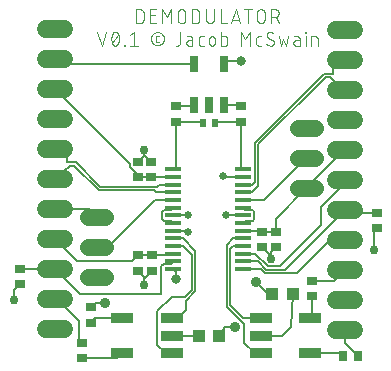
<source format=gbr>
G04 EAGLE Gerber RS-274X export*
G75*
%MOMM*%
%FSLAX34Y34*%
%LPD*%
%INTop Copper*%
%IPPOS*%
%AMOC8*
5,1,8,0,0,1.08239X$1,22.5*%
G01*
%ADD10C,0.101600*%
%ADD11R,1.475000X0.450000*%
%ADD12C,1.524000*%
%ADD13R,0.900000X0.700000*%
%ADD14C,1.422400*%
%ADD15R,0.600000X0.700000*%
%ADD16R,0.760000X1.400000*%
%ADD17R,1.920000X0.910000*%
%ADD18R,1.100000X1.000000*%
%ADD19R,0.700000X0.900000*%
%ADD20C,0.756400*%
%ADD21C,0.656400*%
%ADD22C,0.152400*%
%ADD23C,0.806400*%
%ADD24C,0.906400*%


D10*
X118387Y307058D02*
X118387Y318742D01*
X121632Y318742D01*
X121745Y318740D01*
X121858Y318734D01*
X121971Y318724D01*
X122084Y318710D01*
X122196Y318693D01*
X122307Y318671D01*
X122417Y318646D01*
X122527Y318616D01*
X122635Y318583D01*
X122742Y318546D01*
X122848Y318506D01*
X122952Y318461D01*
X123055Y318413D01*
X123156Y318362D01*
X123255Y318307D01*
X123352Y318249D01*
X123447Y318187D01*
X123540Y318122D01*
X123630Y318054D01*
X123718Y317983D01*
X123804Y317908D01*
X123887Y317831D01*
X123967Y317751D01*
X124044Y317668D01*
X124119Y317582D01*
X124190Y317494D01*
X124258Y317404D01*
X124323Y317311D01*
X124385Y317216D01*
X124443Y317119D01*
X124498Y317020D01*
X124549Y316919D01*
X124597Y316816D01*
X124642Y316712D01*
X124682Y316606D01*
X124719Y316499D01*
X124752Y316391D01*
X124782Y316281D01*
X124807Y316171D01*
X124829Y316060D01*
X124846Y315948D01*
X124860Y315835D01*
X124870Y315722D01*
X124876Y315609D01*
X124878Y315496D01*
X124878Y310304D01*
X124876Y310191D01*
X124870Y310078D01*
X124860Y309965D01*
X124846Y309852D01*
X124829Y309740D01*
X124807Y309629D01*
X124782Y309519D01*
X124752Y309409D01*
X124719Y309301D01*
X124682Y309194D01*
X124642Y309088D01*
X124597Y308984D01*
X124549Y308881D01*
X124498Y308780D01*
X124443Y308681D01*
X124385Y308584D01*
X124323Y308489D01*
X124258Y308396D01*
X124190Y308306D01*
X124119Y308218D01*
X124044Y308132D01*
X123967Y308049D01*
X123887Y307969D01*
X123804Y307892D01*
X123718Y307817D01*
X123630Y307746D01*
X123540Y307678D01*
X123447Y307613D01*
X123352Y307551D01*
X123255Y307493D01*
X123156Y307438D01*
X123055Y307387D01*
X122952Y307339D01*
X122848Y307294D01*
X122742Y307254D01*
X122635Y307217D01*
X122527Y307184D01*
X122417Y307154D01*
X122307Y307129D01*
X122196Y307107D01*
X122084Y307090D01*
X121971Y307076D01*
X121858Y307066D01*
X121745Y307060D01*
X121632Y307058D01*
X118387Y307058D01*
X130601Y307058D02*
X135794Y307058D01*
X130601Y307058D02*
X130601Y318742D01*
X135794Y318742D01*
X134496Y313549D02*
X130601Y313549D01*
X140598Y318742D02*
X140598Y307058D01*
X144492Y312251D02*
X140598Y318742D01*
X144492Y312251D02*
X148387Y318742D01*
X148387Y307058D01*
X153820Y310304D02*
X153820Y315496D01*
X153819Y315496D02*
X153821Y315609D01*
X153827Y315722D01*
X153837Y315835D01*
X153851Y315948D01*
X153868Y316060D01*
X153890Y316171D01*
X153915Y316281D01*
X153945Y316391D01*
X153978Y316499D01*
X154015Y316606D01*
X154055Y316712D01*
X154100Y316816D01*
X154148Y316919D01*
X154199Y317020D01*
X154254Y317119D01*
X154312Y317216D01*
X154374Y317311D01*
X154439Y317404D01*
X154507Y317494D01*
X154578Y317582D01*
X154653Y317668D01*
X154730Y317751D01*
X154810Y317831D01*
X154893Y317908D01*
X154979Y317983D01*
X155067Y318054D01*
X155157Y318122D01*
X155250Y318187D01*
X155345Y318249D01*
X155442Y318307D01*
X155541Y318362D01*
X155642Y318413D01*
X155745Y318461D01*
X155849Y318506D01*
X155955Y318546D01*
X156062Y318583D01*
X156170Y318616D01*
X156280Y318646D01*
X156390Y318671D01*
X156501Y318693D01*
X156613Y318710D01*
X156726Y318724D01*
X156839Y318734D01*
X156952Y318740D01*
X157065Y318742D01*
X157178Y318740D01*
X157291Y318734D01*
X157404Y318724D01*
X157517Y318710D01*
X157629Y318693D01*
X157740Y318671D01*
X157850Y318646D01*
X157960Y318616D01*
X158068Y318583D01*
X158175Y318546D01*
X158281Y318506D01*
X158385Y318461D01*
X158488Y318413D01*
X158589Y318362D01*
X158688Y318307D01*
X158785Y318249D01*
X158880Y318187D01*
X158973Y318122D01*
X159063Y318054D01*
X159151Y317983D01*
X159237Y317908D01*
X159320Y317831D01*
X159400Y317751D01*
X159477Y317668D01*
X159552Y317582D01*
X159623Y317494D01*
X159691Y317404D01*
X159756Y317311D01*
X159818Y317216D01*
X159876Y317119D01*
X159931Y317020D01*
X159982Y316919D01*
X160030Y316816D01*
X160075Y316712D01*
X160115Y316606D01*
X160152Y316499D01*
X160185Y316391D01*
X160215Y316281D01*
X160240Y316171D01*
X160262Y316060D01*
X160279Y315948D01*
X160293Y315835D01*
X160303Y315722D01*
X160309Y315609D01*
X160311Y315496D01*
X160311Y310304D01*
X160309Y310191D01*
X160303Y310078D01*
X160293Y309965D01*
X160279Y309852D01*
X160262Y309740D01*
X160240Y309629D01*
X160215Y309519D01*
X160185Y309409D01*
X160152Y309301D01*
X160115Y309194D01*
X160075Y309088D01*
X160030Y308984D01*
X159982Y308881D01*
X159931Y308780D01*
X159876Y308681D01*
X159818Y308584D01*
X159756Y308489D01*
X159691Y308396D01*
X159623Y308306D01*
X159552Y308218D01*
X159477Y308132D01*
X159400Y308049D01*
X159320Y307969D01*
X159237Y307892D01*
X159151Y307817D01*
X159063Y307746D01*
X158973Y307678D01*
X158880Y307613D01*
X158785Y307551D01*
X158688Y307493D01*
X158589Y307438D01*
X158488Y307387D01*
X158385Y307339D01*
X158281Y307294D01*
X158175Y307254D01*
X158068Y307217D01*
X157960Y307184D01*
X157850Y307154D01*
X157740Y307129D01*
X157629Y307107D01*
X157517Y307090D01*
X157404Y307076D01*
X157291Y307066D01*
X157178Y307060D01*
X157065Y307058D01*
X156952Y307060D01*
X156839Y307066D01*
X156726Y307076D01*
X156613Y307090D01*
X156501Y307107D01*
X156390Y307129D01*
X156280Y307154D01*
X156170Y307184D01*
X156062Y307217D01*
X155955Y307254D01*
X155849Y307294D01*
X155745Y307339D01*
X155642Y307387D01*
X155541Y307438D01*
X155442Y307493D01*
X155345Y307551D01*
X155250Y307613D01*
X155157Y307678D01*
X155067Y307746D01*
X154979Y307817D01*
X154893Y307892D01*
X154810Y307969D01*
X154730Y308049D01*
X154653Y308132D01*
X154578Y308218D01*
X154507Y308306D01*
X154439Y308396D01*
X154374Y308489D01*
X154312Y308584D01*
X154254Y308681D01*
X154199Y308780D01*
X154148Y308881D01*
X154100Y308984D01*
X154055Y309088D01*
X154015Y309194D01*
X153978Y309301D01*
X153945Y309409D01*
X153915Y309519D01*
X153890Y309629D01*
X153868Y309740D01*
X153851Y309852D01*
X153837Y309965D01*
X153827Y310078D01*
X153821Y310191D01*
X153819Y310304D01*
X165631Y307058D02*
X165631Y318742D01*
X168876Y318742D01*
X168989Y318740D01*
X169102Y318734D01*
X169215Y318724D01*
X169328Y318710D01*
X169440Y318693D01*
X169551Y318671D01*
X169661Y318646D01*
X169771Y318616D01*
X169879Y318583D01*
X169986Y318546D01*
X170092Y318506D01*
X170196Y318461D01*
X170299Y318413D01*
X170400Y318362D01*
X170499Y318307D01*
X170596Y318249D01*
X170691Y318187D01*
X170784Y318122D01*
X170874Y318054D01*
X170962Y317983D01*
X171048Y317908D01*
X171131Y317831D01*
X171211Y317751D01*
X171288Y317668D01*
X171363Y317582D01*
X171434Y317494D01*
X171502Y317404D01*
X171567Y317311D01*
X171629Y317216D01*
X171687Y317119D01*
X171742Y317020D01*
X171793Y316919D01*
X171841Y316816D01*
X171886Y316712D01*
X171926Y316606D01*
X171963Y316499D01*
X171996Y316391D01*
X172026Y316281D01*
X172051Y316171D01*
X172073Y316060D01*
X172090Y315948D01*
X172104Y315835D01*
X172114Y315722D01*
X172120Y315609D01*
X172122Y315496D01*
X172122Y310304D01*
X172120Y310191D01*
X172114Y310078D01*
X172104Y309965D01*
X172090Y309852D01*
X172073Y309740D01*
X172051Y309629D01*
X172026Y309519D01*
X171996Y309409D01*
X171963Y309301D01*
X171926Y309194D01*
X171886Y309088D01*
X171841Y308984D01*
X171793Y308881D01*
X171742Y308780D01*
X171687Y308681D01*
X171629Y308584D01*
X171567Y308489D01*
X171502Y308396D01*
X171434Y308306D01*
X171363Y308218D01*
X171288Y308132D01*
X171211Y308049D01*
X171131Y307969D01*
X171048Y307892D01*
X170962Y307817D01*
X170874Y307746D01*
X170784Y307678D01*
X170691Y307613D01*
X170596Y307551D01*
X170499Y307493D01*
X170400Y307438D01*
X170299Y307387D01*
X170196Y307339D01*
X170092Y307294D01*
X169986Y307254D01*
X169879Y307217D01*
X169771Y307184D01*
X169661Y307154D01*
X169551Y307129D01*
X169440Y307107D01*
X169328Y307090D01*
X169215Y307076D01*
X169102Y307066D01*
X168989Y307060D01*
X168876Y307058D01*
X165631Y307058D01*
X177823Y310304D02*
X177823Y318742D01*
X177822Y310304D02*
X177824Y310191D01*
X177830Y310078D01*
X177840Y309965D01*
X177854Y309852D01*
X177871Y309740D01*
X177893Y309629D01*
X177918Y309519D01*
X177948Y309409D01*
X177981Y309301D01*
X178018Y309194D01*
X178058Y309088D01*
X178103Y308984D01*
X178151Y308881D01*
X178202Y308780D01*
X178257Y308681D01*
X178315Y308584D01*
X178377Y308489D01*
X178442Y308396D01*
X178510Y308306D01*
X178581Y308218D01*
X178656Y308132D01*
X178733Y308049D01*
X178813Y307969D01*
X178896Y307892D01*
X178982Y307817D01*
X179070Y307746D01*
X179160Y307678D01*
X179253Y307613D01*
X179348Y307551D01*
X179445Y307493D01*
X179544Y307438D01*
X179645Y307387D01*
X179748Y307339D01*
X179852Y307294D01*
X179958Y307254D01*
X180065Y307217D01*
X180173Y307184D01*
X180283Y307154D01*
X180393Y307129D01*
X180504Y307107D01*
X180616Y307090D01*
X180729Y307076D01*
X180842Y307066D01*
X180955Y307060D01*
X181068Y307058D01*
X181181Y307060D01*
X181294Y307066D01*
X181407Y307076D01*
X181520Y307090D01*
X181632Y307107D01*
X181743Y307129D01*
X181853Y307154D01*
X181963Y307184D01*
X182071Y307217D01*
X182178Y307254D01*
X182284Y307294D01*
X182388Y307339D01*
X182491Y307387D01*
X182592Y307438D01*
X182691Y307493D01*
X182788Y307551D01*
X182883Y307613D01*
X182976Y307678D01*
X183066Y307746D01*
X183154Y307817D01*
X183240Y307892D01*
X183323Y307969D01*
X183403Y308049D01*
X183480Y308132D01*
X183555Y308218D01*
X183626Y308306D01*
X183694Y308396D01*
X183759Y308489D01*
X183821Y308584D01*
X183879Y308681D01*
X183934Y308780D01*
X183985Y308881D01*
X184033Y308984D01*
X184078Y309088D01*
X184118Y309194D01*
X184155Y309301D01*
X184188Y309409D01*
X184218Y309519D01*
X184243Y309629D01*
X184265Y309740D01*
X184282Y309852D01*
X184296Y309965D01*
X184306Y310078D01*
X184312Y310191D01*
X184314Y310304D01*
X184314Y318742D01*
X190037Y318742D02*
X190037Y307058D01*
X195230Y307058D01*
X198891Y307058D02*
X202785Y318742D01*
X206680Y307058D01*
X205706Y309979D02*
X199864Y309979D01*
X213453Y307058D02*
X213453Y318742D01*
X210208Y318742D02*
X216699Y318742D01*
X220876Y315496D02*
X220876Y310304D01*
X220875Y315496D02*
X220877Y315609D01*
X220883Y315722D01*
X220893Y315835D01*
X220907Y315948D01*
X220924Y316060D01*
X220946Y316171D01*
X220971Y316281D01*
X221001Y316391D01*
X221034Y316499D01*
X221071Y316606D01*
X221111Y316712D01*
X221156Y316816D01*
X221204Y316919D01*
X221255Y317020D01*
X221310Y317119D01*
X221368Y317216D01*
X221430Y317311D01*
X221495Y317404D01*
X221563Y317494D01*
X221634Y317582D01*
X221709Y317668D01*
X221786Y317751D01*
X221866Y317831D01*
X221949Y317908D01*
X222035Y317983D01*
X222123Y318054D01*
X222213Y318122D01*
X222306Y318187D01*
X222401Y318249D01*
X222498Y318307D01*
X222597Y318362D01*
X222698Y318413D01*
X222801Y318461D01*
X222905Y318506D01*
X223011Y318546D01*
X223118Y318583D01*
X223226Y318616D01*
X223336Y318646D01*
X223446Y318671D01*
X223557Y318693D01*
X223669Y318710D01*
X223782Y318724D01*
X223895Y318734D01*
X224008Y318740D01*
X224121Y318742D01*
X224234Y318740D01*
X224347Y318734D01*
X224460Y318724D01*
X224573Y318710D01*
X224685Y318693D01*
X224796Y318671D01*
X224906Y318646D01*
X225016Y318616D01*
X225124Y318583D01*
X225231Y318546D01*
X225337Y318506D01*
X225441Y318461D01*
X225544Y318413D01*
X225645Y318362D01*
X225744Y318307D01*
X225841Y318249D01*
X225936Y318187D01*
X226029Y318122D01*
X226119Y318054D01*
X226207Y317983D01*
X226293Y317908D01*
X226376Y317831D01*
X226456Y317751D01*
X226533Y317668D01*
X226608Y317582D01*
X226679Y317494D01*
X226747Y317404D01*
X226812Y317311D01*
X226874Y317216D01*
X226932Y317119D01*
X226987Y317020D01*
X227038Y316919D01*
X227086Y316816D01*
X227131Y316712D01*
X227171Y316606D01*
X227208Y316499D01*
X227241Y316391D01*
X227271Y316281D01*
X227296Y316171D01*
X227318Y316060D01*
X227335Y315948D01*
X227349Y315835D01*
X227359Y315722D01*
X227365Y315609D01*
X227367Y315496D01*
X227367Y310304D01*
X227365Y310191D01*
X227359Y310078D01*
X227349Y309965D01*
X227335Y309852D01*
X227318Y309740D01*
X227296Y309629D01*
X227271Y309519D01*
X227241Y309409D01*
X227208Y309301D01*
X227171Y309194D01*
X227131Y309088D01*
X227086Y308984D01*
X227038Y308881D01*
X226987Y308780D01*
X226932Y308681D01*
X226874Y308584D01*
X226812Y308489D01*
X226747Y308396D01*
X226679Y308306D01*
X226608Y308218D01*
X226533Y308132D01*
X226456Y308049D01*
X226376Y307969D01*
X226293Y307892D01*
X226207Y307817D01*
X226119Y307746D01*
X226029Y307678D01*
X225936Y307613D01*
X225841Y307551D01*
X225744Y307493D01*
X225645Y307438D01*
X225544Y307387D01*
X225441Y307339D01*
X225337Y307294D01*
X225231Y307254D01*
X225124Y307217D01*
X225016Y307184D01*
X224906Y307154D01*
X224796Y307129D01*
X224685Y307107D01*
X224573Y307090D01*
X224460Y307076D01*
X224347Y307066D01*
X224234Y307060D01*
X224121Y307058D01*
X224008Y307060D01*
X223895Y307066D01*
X223782Y307076D01*
X223669Y307090D01*
X223557Y307107D01*
X223446Y307129D01*
X223336Y307154D01*
X223226Y307184D01*
X223118Y307217D01*
X223011Y307254D01*
X222905Y307294D01*
X222801Y307339D01*
X222698Y307387D01*
X222597Y307438D01*
X222498Y307493D01*
X222401Y307551D01*
X222306Y307613D01*
X222213Y307678D01*
X222123Y307746D01*
X222035Y307817D01*
X221949Y307892D01*
X221866Y307969D01*
X221786Y308049D01*
X221709Y308132D01*
X221634Y308218D01*
X221563Y308306D01*
X221495Y308396D01*
X221430Y308489D01*
X221368Y308584D01*
X221310Y308681D01*
X221255Y308780D01*
X221204Y308881D01*
X221156Y308984D01*
X221111Y309088D01*
X221071Y309194D01*
X221034Y309301D01*
X221001Y309409D01*
X220971Y309519D01*
X220946Y309629D01*
X220924Y309740D01*
X220907Y309852D01*
X220893Y309965D01*
X220883Y310078D01*
X220877Y310191D01*
X220875Y310304D01*
X232760Y307058D02*
X232760Y318742D01*
X236006Y318742D01*
X236119Y318740D01*
X236232Y318734D01*
X236345Y318724D01*
X236458Y318710D01*
X236570Y318693D01*
X236681Y318671D01*
X236791Y318646D01*
X236901Y318616D01*
X237009Y318583D01*
X237116Y318546D01*
X237222Y318506D01*
X237326Y318461D01*
X237429Y318413D01*
X237530Y318362D01*
X237629Y318307D01*
X237726Y318249D01*
X237821Y318187D01*
X237914Y318122D01*
X238004Y318054D01*
X238092Y317983D01*
X238178Y317908D01*
X238261Y317831D01*
X238341Y317751D01*
X238418Y317668D01*
X238493Y317582D01*
X238564Y317494D01*
X238632Y317404D01*
X238697Y317311D01*
X238759Y317216D01*
X238817Y317119D01*
X238872Y317020D01*
X238923Y316919D01*
X238971Y316816D01*
X239016Y316712D01*
X239056Y316606D01*
X239093Y316499D01*
X239126Y316391D01*
X239156Y316281D01*
X239181Y316171D01*
X239203Y316060D01*
X239220Y315948D01*
X239234Y315835D01*
X239244Y315722D01*
X239250Y315609D01*
X239252Y315496D01*
X239250Y315383D01*
X239244Y315270D01*
X239234Y315157D01*
X239220Y315044D01*
X239203Y314932D01*
X239181Y314821D01*
X239156Y314711D01*
X239126Y314601D01*
X239093Y314493D01*
X239056Y314386D01*
X239016Y314280D01*
X238971Y314176D01*
X238923Y314073D01*
X238872Y313972D01*
X238817Y313873D01*
X238759Y313776D01*
X238697Y313681D01*
X238632Y313588D01*
X238564Y313498D01*
X238493Y313410D01*
X238418Y313324D01*
X238341Y313241D01*
X238261Y313161D01*
X238178Y313084D01*
X238092Y313009D01*
X238004Y312938D01*
X237914Y312870D01*
X237821Y312805D01*
X237726Y312743D01*
X237629Y312685D01*
X237530Y312630D01*
X237429Y312579D01*
X237326Y312531D01*
X237222Y312486D01*
X237116Y312446D01*
X237009Y312409D01*
X236901Y312376D01*
X236791Y312346D01*
X236681Y312321D01*
X236570Y312299D01*
X236458Y312282D01*
X236345Y312268D01*
X236232Y312258D01*
X236119Y312252D01*
X236006Y312250D01*
X236006Y312251D02*
X232760Y312251D01*
X236655Y312251D02*
X239251Y307058D01*
X89403Y288008D02*
X85508Y299692D01*
X93297Y299692D02*
X89403Y288008D01*
X97588Y293850D02*
X97591Y294080D01*
X97599Y294310D01*
X97613Y294539D01*
X97632Y294768D01*
X97657Y294997D01*
X97687Y295224D01*
X97722Y295452D01*
X97763Y295678D01*
X97809Y295903D01*
X97861Y296127D01*
X97918Y296349D01*
X97980Y296571D01*
X98048Y296790D01*
X98121Y297008D01*
X98199Y297225D01*
X98282Y297439D01*
X98370Y297651D01*
X98463Y297861D01*
X98562Y298069D01*
X98561Y298069D02*
X98594Y298159D01*
X98630Y298248D01*
X98670Y298336D01*
X98714Y298421D01*
X98761Y298505D01*
X98811Y298587D01*
X98865Y298667D01*
X98921Y298744D01*
X98981Y298820D01*
X99044Y298893D01*
X99109Y298963D01*
X99178Y299031D01*
X99249Y299095D01*
X99322Y299157D01*
X99398Y299216D01*
X99476Y299272D01*
X99557Y299325D01*
X99639Y299374D01*
X99723Y299420D01*
X99810Y299463D01*
X99897Y299502D01*
X99987Y299538D01*
X100077Y299570D01*
X100169Y299598D01*
X100262Y299623D01*
X100356Y299644D01*
X100450Y299661D01*
X100545Y299675D01*
X100641Y299684D01*
X100737Y299690D01*
X100833Y299692D01*
X100929Y299690D01*
X101025Y299684D01*
X101121Y299675D01*
X101216Y299661D01*
X101310Y299644D01*
X101404Y299623D01*
X101497Y299598D01*
X101589Y299570D01*
X101679Y299538D01*
X101769Y299502D01*
X101856Y299463D01*
X101943Y299420D01*
X102027Y299374D01*
X102109Y299325D01*
X102190Y299272D01*
X102268Y299216D01*
X102344Y299157D01*
X102417Y299095D01*
X102488Y299031D01*
X102557Y298963D01*
X102622Y298893D01*
X102685Y298820D01*
X102745Y298744D01*
X102801Y298667D01*
X102855Y298587D01*
X102905Y298505D01*
X102952Y298421D01*
X102996Y298336D01*
X103036Y298248D01*
X103072Y298159D01*
X103105Y298069D01*
X103204Y297862D01*
X103297Y297652D01*
X103385Y297439D01*
X103468Y297225D01*
X103546Y297009D01*
X103619Y296791D01*
X103687Y296571D01*
X103749Y296350D01*
X103806Y296127D01*
X103858Y295903D01*
X103904Y295678D01*
X103945Y295452D01*
X103980Y295225D01*
X104010Y294997D01*
X104035Y294768D01*
X104054Y294539D01*
X104068Y294310D01*
X104076Y294080D01*
X104079Y293850D01*
X97587Y293850D02*
X97590Y293620D01*
X97598Y293390D01*
X97612Y293161D01*
X97631Y292932D01*
X97656Y292703D01*
X97686Y292475D01*
X97721Y292248D01*
X97762Y292022D01*
X97808Y291797D01*
X97860Y291573D01*
X97917Y291350D01*
X97979Y291129D01*
X98047Y290909D01*
X98120Y290691D01*
X98198Y290475D01*
X98281Y290261D01*
X98369Y290049D01*
X98462Y289838D01*
X98561Y289631D01*
X98594Y289541D01*
X98630Y289452D01*
X98671Y289364D01*
X98714Y289279D01*
X98761Y289195D01*
X98811Y289113D01*
X98865Y289033D01*
X98921Y288956D01*
X98981Y288880D01*
X99044Y288807D01*
X99109Y288737D01*
X99178Y288669D01*
X99249Y288605D01*
X99322Y288543D01*
X99398Y288484D01*
X99476Y288428D01*
X99557Y288375D01*
X99639Y288326D01*
X99723Y288280D01*
X99810Y288237D01*
X99897Y288198D01*
X99987Y288162D01*
X100077Y288130D01*
X100169Y288102D01*
X100262Y288077D01*
X100356Y288056D01*
X100450Y288039D01*
X100545Y288025D01*
X100641Y288016D01*
X100737Y288010D01*
X100833Y288008D01*
X103104Y289631D02*
X103203Y289838D01*
X103296Y290049D01*
X103384Y290261D01*
X103467Y290475D01*
X103545Y290691D01*
X103618Y290909D01*
X103686Y291129D01*
X103748Y291350D01*
X103805Y291573D01*
X103857Y291797D01*
X103903Y292022D01*
X103944Y292248D01*
X103979Y292475D01*
X104009Y292703D01*
X104034Y292932D01*
X104053Y293161D01*
X104067Y293390D01*
X104075Y293620D01*
X104078Y293850D01*
X103105Y289631D02*
X103072Y289541D01*
X103036Y289452D01*
X102996Y289364D01*
X102952Y289279D01*
X102905Y289195D01*
X102855Y289113D01*
X102801Y289033D01*
X102745Y288956D01*
X102685Y288880D01*
X102622Y288807D01*
X102557Y288737D01*
X102488Y288669D01*
X102417Y288605D01*
X102344Y288543D01*
X102268Y288484D01*
X102190Y288428D01*
X102109Y288375D01*
X102027Y288326D01*
X101943Y288280D01*
X101856Y288237D01*
X101769Y288198D01*
X101679Y288162D01*
X101589Y288130D01*
X101497Y288102D01*
X101404Y288077D01*
X101310Y288056D01*
X101216Y288039D01*
X101121Y288025D01*
X101025Y288016D01*
X100929Y288010D01*
X100833Y288008D01*
X98236Y290604D02*
X103429Y297096D01*
X108509Y288657D02*
X108509Y288008D01*
X108509Y288657D02*
X109158Y288657D01*
X109158Y288008D01*
X108509Y288008D01*
X113589Y297096D02*
X116835Y299692D01*
X116835Y288008D01*
X120080Y288008D02*
X113589Y288008D01*
X131130Y293850D02*
X131132Y293997D01*
X131138Y294144D01*
X131148Y294290D01*
X131161Y294436D01*
X131179Y294582D01*
X131200Y294728D01*
X131226Y294872D01*
X131255Y295016D01*
X131288Y295159D01*
X131324Y295302D01*
X131365Y295443D01*
X131409Y295583D01*
X131457Y295722D01*
X131509Y295859D01*
X131564Y295995D01*
X131623Y296130D01*
X131685Y296263D01*
X131751Y296394D01*
X131821Y296523D01*
X131894Y296651D01*
X131970Y296776D01*
X132050Y296900D01*
X132132Y297021D01*
X132218Y297140D01*
X132308Y297257D01*
X132400Y297371D01*
X132495Y297483D01*
X132593Y297592D01*
X132694Y297699D01*
X132798Y297803D01*
X132905Y297904D01*
X133014Y298002D01*
X133126Y298097D01*
X133240Y298189D01*
X133357Y298279D01*
X133476Y298365D01*
X133597Y298447D01*
X133721Y298527D01*
X133846Y298603D01*
X133974Y298676D01*
X134103Y298746D01*
X134234Y298812D01*
X134367Y298874D01*
X134502Y298933D01*
X134638Y298988D01*
X134775Y299040D01*
X134914Y299088D01*
X135054Y299132D01*
X135195Y299173D01*
X135338Y299209D01*
X135481Y299242D01*
X135625Y299271D01*
X135769Y299297D01*
X135915Y299318D01*
X136061Y299336D01*
X136207Y299349D01*
X136353Y299359D01*
X136500Y299365D01*
X136647Y299367D01*
X136794Y299365D01*
X136941Y299359D01*
X137087Y299349D01*
X137233Y299336D01*
X137379Y299318D01*
X137525Y299297D01*
X137669Y299271D01*
X137813Y299242D01*
X137956Y299209D01*
X138099Y299173D01*
X138240Y299132D01*
X138380Y299088D01*
X138519Y299040D01*
X138656Y298988D01*
X138792Y298933D01*
X138927Y298874D01*
X139060Y298812D01*
X139191Y298746D01*
X139320Y298676D01*
X139448Y298603D01*
X139573Y298527D01*
X139697Y298447D01*
X139818Y298365D01*
X139937Y298279D01*
X140054Y298189D01*
X140168Y298097D01*
X140280Y298002D01*
X140389Y297904D01*
X140496Y297803D01*
X140600Y297699D01*
X140701Y297592D01*
X140799Y297483D01*
X140894Y297371D01*
X140986Y297257D01*
X141076Y297140D01*
X141162Y297021D01*
X141244Y296900D01*
X141324Y296776D01*
X141400Y296651D01*
X141473Y296523D01*
X141543Y296394D01*
X141609Y296263D01*
X141671Y296130D01*
X141730Y295995D01*
X141785Y295859D01*
X141837Y295722D01*
X141885Y295583D01*
X141929Y295443D01*
X141970Y295302D01*
X142006Y295159D01*
X142039Y295016D01*
X142068Y294872D01*
X142094Y294728D01*
X142115Y294582D01*
X142133Y294436D01*
X142146Y294290D01*
X142156Y294144D01*
X142162Y293997D01*
X142164Y293850D01*
X142162Y293703D01*
X142156Y293556D01*
X142146Y293410D01*
X142133Y293264D01*
X142115Y293118D01*
X142094Y292972D01*
X142068Y292828D01*
X142039Y292684D01*
X142006Y292541D01*
X141970Y292398D01*
X141929Y292257D01*
X141885Y292117D01*
X141837Y291978D01*
X141785Y291841D01*
X141730Y291705D01*
X141671Y291570D01*
X141609Y291437D01*
X141543Y291306D01*
X141473Y291177D01*
X141400Y291049D01*
X141324Y290924D01*
X141244Y290800D01*
X141162Y290679D01*
X141076Y290560D01*
X140986Y290443D01*
X140894Y290329D01*
X140799Y290217D01*
X140701Y290108D01*
X140600Y290001D01*
X140496Y289897D01*
X140389Y289796D01*
X140280Y289698D01*
X140168Y289603D01*
X140054Y289511D01*
X139937Y289421D01*
X139818Y289335D01*
X139697Y289253D01*
X139573Y289173D01*
X139448Y289097D01*
X139320Y289024D01*
X139191Y288954D01*
X139060Y288888D01*
X138927Y288826D01*
X138792Y288767D01*
X138656Y288712D01*
X138519Y288660D01*
X138380Y288612D01*
X138240Y288568D01*
X138099Y288527D01*
X137956Y288491D01*
X137813Y288458D01*
X137669Y288429D01*
X137525Y288403D01*
X137379Y288382D01*
X137233Y288364D01*
X137087Y288351D01*
X136941Y288341D01*
X136794Y288335D01*
X136647Y288333D01*
X136500Y288335D01*
X136353Y288341D01*
X136207Y288351D01*
X136061Y288364D01*
X135915Y288382D01*
X135769Y288403D01*
X135625Y288429D01*
X135481Y288458D01*
X135338Y288491D01*
X135195Y288527D01*
X135054Y288568D01*
X134914Y288612D01*
X134775Y288660D01*
X134638Y288712D01*
X134502Y288767D01*
X134367Y288826D01*
X134234Y288888D01*
X134103Y288954D01*
X133974Y289024D01*
X133846Y289097D01*
X133721Y289173D01*
X133597Y289253D01*
X133476Y289335D01*
X133357Y289421D01*
X133240Y289511D01*
X133126Y289603D01*
X133014Y289698D01*
X132905Y289796D01*
X132798Y289897D01*
X132694Y290001D01*
X132593Y290108D01*
X132495Y290217D01*
X132400Y290329D01*
X132308Y290443D01*
X132218Y290560D01*
X132132Y290679D01*
X132050Y290800D01*
X131970Y290924D01*
X131894Y291049D01*
X131821Y291177D01*
X131751Y291306D01*
X131685Y291437D01*
X131623Y291570D01*
X131564Y291705D01*
X131509Y291841D01*
X131457Y291978D01*
X131409Y292117D01*
X131365Y292257D01*
X131324Y292398D01*
X131288Y292541D01*
X131255Y292684D01*
X131226Y292828D01*
X131200Y292972D01*
X131179Y293118D01*
X131161Y293264D01*
X131148Y293410D01*
X131138Y293556D01*
X131132Y293703D01*
X131130Y293850D01*
X136322Y291254D02*
X137945Y291254D01*
X136322Y291254D02*
X136252Y291256D01*
X136182Y291262D01*
X136112Y291271D01*
X136043Y291284D01*
X135975Y291301D01*
X135908Y291322D01*
X135842Y291346D01*
X135777Y291374D01*
X135714Y291405D01*
X135653Y291440D01*
X135594Y291478D01*
X135536Y291519D01*
X135482Y291563D01*
X135429Y291610D01*
X135380Y291659D01*
X135333Y291712D01*
X135289Y291766D01*
X135248Y291824D01*
X135210Y291883D01*
X135175Y291944D01*
X135144Y292007D01*
X135116Y292072D01*
X135092Y292138D01*
X135071Y292205D01*
X135054Y292273D01*
X135041Y292342D01*
X135032Y292412D01*
X135026Y292482D01*
X135024Y292552D01*
X135024Y295148D01*
X135026Y295218D01*
X135032Y295288D01*
X135041Y295358D01*
X135054Y295427D01*
X135071Y295495D01*
X135092Y295562D01*
X135116Y295628D01*
X135144Y295693D01*
X135175Y295756D01*
X135210Y295817D01*
X135248Y295876D01*
X135289Y295934D01*
X135333Y295988D01*
X135380Y296041D01*
X135429Y296090D01*
X135482Y296137D01*
X135536Y296181D01*
X135594Y296222D01*
X135653Y296260D01*
X135714Y296295D01*
X135777Y296326D01*
X135842Y296354D01*
X135908Y296378D01*
X135975Y296399D01*
X136043Y296416D01*
X136112Y296429D01*
X136182Y296438D01*
X136252Y296444D01*
X136322Y296446D01*
X137945Y296446D01*
X155941Y299692D02*
X155941Y290604D01*
X155940Y290604D02*
X155938Y290505D01*
X155932Y290405D01*
X155923Y290306D01*
X155910Y290208D01*
X155893Y290110D01*
X155872Y290012D01*
X155847Y289916D01*
X155819Y289821D01*
X155787Y289727D01*
X155752Y289634D01*
X155713Y289542D01*
X155670Y289452D01*
X155625Y289364D01*
X155575Y289277D01*
X155523Y289193D01*
X155467Y289110D01*
X155409Y289030D01*
X155347Y288952D01*
X155282Y288877D01*
X155214Y288804D01*
X155144Y288734D01*
X155071Y288666D01*
X154996Y288601D01*
X154918Y288539D01*
X154838Y288481D01*
X154755Y288425D01*
X154671Y288373D01*
X154584Y288323D01*
X154496Y288278D01*
X154406Y288235D01*
X154314Y288196D01*
X154221Y288161D01*
X154127Y288129D01*
X154032Y288101D01*
X153936Y288076D01*
X153838Y288055D01*
X153740Y288038D01*
X153642Y288025D01*
X153543Y288016D01*
X153443Y288010D01*
X153344Y288008D01*
X152046Y288008D01*
X163314Y292552D02*
X166235Y292552D01*
X163314Y292552D02*
X163220Y292550D01*
X163126Y292544D01*
X163033Y292535D01*
X162940Y292521D01*
X162848Y292504D01*
X162756Y292482D01*
X162666Y292458D01*
X162576Y292429D01*
X162488Y292397D01*
X162401Y292361D01*
X162316Y292321D01*
X162233Y292278D01*
X162151Y292232D01*
X162071Y292182D01*
X161994Y292129D01*
X161919Y292073D01*
X161846Y292014D01*
X161775Y291952D01*
X161707Y291887D01*
X161642Y291819D01*
X161580Y291748D01*
X161521Y291675D01*
X161465Y291600D01*
X161412Y291523D01*
X161362Y291443D01*
X161316Y291361D01*
X161273Y291278D01*
X161233Y291193D01*
X161197Y291106D01*
X161165Y291018D01*
X161136Y290928D01*
X161112Y290838D01*
X161090Y290746D01*
X161073Y290654D01*
X161059Y290561D01*
X161050Y290468D01*
X161044Y290374D01*
X161042Y290280D01*
X161044Y290186D01*
X161050Y290092D01*
X161059Y289999D01*
X161073Y289906D01*
X161090Y289814D01*
X161112Y289722D01*
X161136Y289632D01*
X161165Y289542D01*
X161197Y289454D01*
X161233Y289367D01*
X161273Y289282D01*
X161316Y289199D01*
X161362Y289117D01*
X161412Y289037D01*
X161465Y288960D01*
X161521Y288885D01*
X161580Y288812D01*
X161642Y288741D01*
X161707Y288673D01*
X161775Y288608D01*
X161846Y288546D01*
X161919Y288487D01*
X161994Y288431D01*
X162071Y288378D01*
X162151Y288328D01*
X162233Y288282D01*
X162316Y288239D01*
X162401Y288199D01*
X162488Y288163D01*
X162576Y288131D01*
X162666Y288102D01*
X162756Y288078D01*
X162848Y288056D01*
X162940Y288039D01*
X163033Y288025D01*
X163126Y288016D01*
X163220Y288010D01*
X163314Y288008D01*
X166235Y288008D01*
X166235Y293850D01*
X166233Y293937D01*
X166227Y294025D01*
X166217Y294111D01*
X166204Y294198D01*
X166186Y294283D01*
X166165Y294368D01*
X166140Y294452D01*
X166111Y294534D01*
X166078Y294615D01*
X166042Y294695D01*
X166003Y294773D01*
X165959Y294849D01*
X165913Y294923D01*
X165863Y294994D01*
X165810Y295064D01*
X165754Y295131D01*
X165695Y295195D01*
X165633Y295257D01*
X165569Y295316D01*
X165502Y295372D01*
X165432Y295425D01*
X165361Y295475D01*
X165287Y295521D01*
X165211Y295565D01*
X165133Y295604D01*
X165053Y295640D01*
X164972Y295673D01*
X164890Y295702D01*
X164806Y295727D01*
X164721Y295748D01*
X164636Y295766D01*
X164549Y295779D01*
X164463Y295789D01*
X164375Y295795D01*
X164288Y295797D01*
X161691Y295797D01*
X173349Y288008D02*
X175945Y288008D01*
X173349Y288008D02*
X173262Y288010D01*
X173174Y288016D01*
X173088Y288026D01*
X173001Y288039D01*
X172916Y288057D01*
X172831Y288078D01*
X172747Y288103D01*
X172665Y288132D01*
X172584Y288165D01*
X172504Y288201D01*
X172426Y288240D01*
X172350Y288284D01*
X172276Y288330D01*
X172205Y288380D01*
X172135Y288433D01*
X172068Y288489D01*
X172004Y288548D01*
X171942Y288610D01*
X171883Y288674D01*
X171827Y288741D01*
X171774Y288811D01*
X171724Y288882D01*
X171678Y288956D01*
X171634Y289032D01*
X171595Y289110D01*
X171559Y289190D01*
X171526Y289271D01*
X171497Y289353D01*
X171472Y289437D01*
X171451Y289522D01*
X171433Y289607D01*
X171420Y289694D01*
X171410Y289780D01*
X171404Y289868D01*
X171402Y289955D01*
X171401Y289955D02*
X171401Y293850D01*
X171402Y293850D02*
X171404Y293937D01*
X171410Y294025D01*
X171420Y294111D01*
X171433Y294198D01*
X171451Y294283D01*
X171472Y294368D01*
X171497Y294452D01*
X171526Y294534D01*
X171559Y294615D01*
X171595Y294695D01*
X171634Y294773D01*
X171678Y294849D01*
X171724Y294923D01*
X171774Y294994D01*
X171827Y295064D01*
X171883Y295131D01*
X171942Y295195D01*
X172004Y295257D01*
X172068Y295316D01*
X172135Y295372D01*
X172205Y295425D01*
X172276Y295475D01*
X172350Y295521D01*
X172426Y295565D01*
X172504Y295604D01*
X172584Y295640D01*
X172665Y295673D01*
X172747Y295702D01*
X172831Y295727D01*
X172916Y295748D01*
X173001Y295766D01*
X173088Y295779D01*
X173174Y295789D01*
X173262Y295795D01*
X173349Y295797D01*
X175945Y295797D01*
X180151Y293201D02*
X180151Y290604D01*
X180152Y293201D02*
X180154Y293302D01*
X180160Y293402D01*
X180170Y293502D01*
X180183Y293602D01*
X180201Y293701D01*
X180222Y293800D01*
X180247Y293897D01*
X180276Y293994D01*
X180309Y294089D01*
X180345Y294183D01*
X180385Y294275D01*
X180428Y294366D01*
X180475Y294455D01*
X180525Y294542D01*
X180579Y294628D01*
X180636Y294711D01*
X180696Y294791D01*
X180759Y294870D01*
X180826Y294946D01*
X180895Y295019D01*
X180967Y295089D01*
X181041Y295157D01*
X181118Y295222D01*
X181198Y295283D01*
X181280Y295342D01*
X181364Y295397D01*
X181450Y295449D01*
X181538Y295498D01*
X181628Y295543D01*
X181720Y295585D01*
X181813Y295623D01*
X181908Y295657D01*
X182003Y295688D01*
X182100Y295715D01*
X182198Y295738D01*
X182297Y295758D01*
X182397Y295773D01*
X182497Y295785D01*
X182597Y295793D01*
X182698Y295797D01*
X182798Y295797D01*
X182899Y295793D01*
X182999Y295785D01*
X183099Y295773D01*
X183199Y295758D01*
X183298Y295738D01*
X183396Y295715D01*
X183493Y295688D01*
X183588Y295657D01*
X183683Y295623D01*
X183776Y295585D01*
X183868Y295543D01*
X183958Y295498D01*
X184046Y295449D01*
X184132Y295397D01*
X184216Y295342D01*
X184298Y295283D01*
X184378Y295222D01*
X184455Y295157D01*
X184529Y295089D01*
X184601Y295019D01*
X184670Y294946D01*
X184737Y294870D01*
X184800Y294791D01*
X184860Y294711D01*
X184917Y294628D01*
X184971Y294542D01*
X185021Y294455D01*
X185068Y294366D01*
X185111Y294275D01*
X185151Y294183D01*
X185187Y294089D01*
X185220Y293994D01*
X185249Y293897D01*
X185274Y293800D01*
X185295Y293701D01*
X185313Y293602D01*
X185326Y293502D01*
X185336Y293402D01*
X185342Y293302D01*
X185344Y293201D01*
X185344Y290604D01*
X185342Y290503D01*
X185336Y290403D01*
X185326Y290303D01*
X185313Y290203D01*
X185295Y290104D01*
X185274Y290005D01*
X185249Y289908D01*
X185220Y289811D01*
X185187Y289716D01*
X185151Y289622D01*
X185111Y289530D01*
X185068Y289439D01*
X185021Y289350D01*
X184971Y289263D01*
X184917Y289177D01*
X184860Y289094D01*
X184800Y289014D01*
X184737Y288935D01*
X184670Y288859D01*
X184601Y288786D01*
X184529Y288716D01*
X184455Y288648D01*
X184378Y288583D01*
X184298Y288522D01*
X184216Y288463D01*
X184132Y288408D01*
X184046Y288356D01*
X183958Y288307D01*
X183868Y288262D01*
X183776Y288220D01*
X183683Y288182D01*
X183588Y288148D01*
X183493Y288117D01*
X183396Y288090D01*
X183298Y288067D01*
X183199Y288047D01*
X183099Y288032D01*
X182999Y288020D01*
X182899Y288012D01*
X182798Y288008D01*
X182698Y288008D01*
X182597Y288012D01*
X182497Y288020D01*
X182397Y288032D01*
X182297Y288047D01*
X182198Y288067D01*
X182100Y288090D01*
X182003Y288117D01*
X181908Y288148D01*
X181813Y288182D01*
X181720Y288220D01*
X181628Y288262D01*
X181538Y288307D01*
X181450Y288356D01*
X181364Y288408D01*
X181280Y288463D01*
X181198Y288522D01*
X181118Y288583D01*
X181041Y288648D01*
X180967Y288716D01*
X180895Y288786D01*
X180826Y288859D01*
X180759Y288935D01*
X180696Y289014D01*
X180636Y289094D01*
X180579Y289177D01*
X180525Y289263D01*
X180475Y289350D01*
X180428Y289439D01*
X180385Y289530D01*
X180345Y289622D01*
X180309Y289716D01*
X180276Y289811D01*
X180247Y289908D01*
X180222Y290005D01*
X180201Y290104D01*
X180183Y290203D01*
X180170Y290303D01*
X180160Y290403D01*
X180154Y290503D01*
X180152Y290604D01*
X190497Y288008D02*
X190497Y299692D01*
X190497Y288008D02*
X193742Y288008D01*
X193829Y288010D01*
X193917Y288016D01*
X194003Y288026D01*
X194090Y288039D01*
X194175Y288057D01*
X194260Y288078D01*
X194344Y288103D01*
X194426Y288132D01*
X194507Y288165D01*
X194587Y288201D01*
X194665Y288240D01*
X194741Y288284D01*
X194815Y288330D01*
X194886Y288380D01*
X194956Y288433D01*
X195023Y288489D01*
X195087Y288548D01*
X195149Y288609D01*
X195208Y288674D01*
X195264Y288741D01*
X195317Y288811D01*
X195367Y288882D01*
X195413Y288956D01*
X195457Y289032D01*
X195496Y289110D01*
X195532Y289190D01*
X195565Y289271D01*
X195594Y289353D01*
X195619Y289437D01*
X195640Y289522D01*
X195658Y289607D01*
X195671Y289694D01*
X195681Y289780D01*
X195687Y289868D01*
X195689Y289955D01*
X195690Y289955D02*
X195690Y293850D01*
X195689Y293850D02*
X195687Y293937D01*
X195681Y294025D01*
X195671Y294111D01*
X195658Y294198D01*
X195640Y294283D01*
X195619Y294368D01*
X195594Y294452D01*
X195565Y294534D01*
X195532Y294615D01*
X195496Y294695D01*
X195457Y294773D01*
X195413Y294849D01*
X195367Y294923D01*
X195317Y294994D01*
X195264Y295064D01*
X195208Y295131D01*
X195149Y295195D01*
X195087Y295257D01*
X195023Y295316D01*
X194956Y295372D01*
X194886Y295425D01*
X194815Y295475D01*
X194741Y295521D01*
X194665Y295565D01*
X194587Y295604D01*
X194507Y295640D01*
X194426Y295673D01*
X194344Y295702D01*
X194260Y295727D01*
X194175Y295748D01*
X194090Y295766D01*
X194003Y295779D01*
X193917Y295789D01*
X193829Y295795D01*
X193742Y295797D01*
X190497Y295797D01*
X207047Y299692D02*
X207047Y288008D01*
X210941Y293201D02*
X207047Y299692D01*
X210941Y293201D02*
X214836Y299692D01*
X214836Y288008D01*
X222117Y288008D02*
X224713Y288008D01*
X222117Y288008D02*
X222030Y288010D01*
X221942Y288016D01*
X221856Y288026D01*
X221769Y288039D01*
X221684Y288057D01*
X221599Y288078D01*
X221515Y288103D01*
X221433Y288132D01*
X221352Y288165D01*
X221272Y288201D01*
X221194Y288240D01*
X221118Y288284D01*
X221044Y288330D01*
X220973Y288380D01*
X220903Y288433D01*
X220836Y288489D01*
X220772Y288548D01*
X220710Y288610D01*
X220651Y288674D01*
X220595Y288741D01*
X220542Y288811D01*
X220492Y288882D01*
X220446Y288956D01*
X220402Y289032D01*
X220363Y289110D01*
X220327Y289190D01*
X220294Y289271D01*
X220265Y289353D01*
X220240Y289437D01*
X220219Y289522D01*
X220201Y289607D01*
X220188Y289694D01*
X220178Y289780D01*
X220172Y289868D01*
X220170Y289955D01*
X220169Y289955D02*
X220169Y293850D01*
X220170Y293850D02*
X220172Y293937D01*
X220178Y294025D01*
X220188Y294111D01*
X220201Y294198D01*
X220219Y294283D01*
X220240Y294368D01*
X220265Y294452D01*
X220294Y294534D01*
X220327Y294615D01*
X220363Y294695D01*
X220402Y294773D01*
X220446Y294849D01*
X220492Y294923D01*
X220542Y294994D01*
X220595Y295064D01*
X220651Y295131D01*
X220710Y295195D01*
X220772Y295257D01*
X220836Y295316D01*
X220903Y295372D01*
X220973Y295425D01*
X221044Y295475D01*
X221118Y295521D01*
X221194Y295565D01*
X221272Y295604D01*
X221352Y295640D01*
X221433Y295673D01*
X221515Y295702D01*
X221599Y295727D01*
X221684Y295748D01*
X221769Y295766D01*
X221856Y295779D01*
X221942Y295789D01*
X222030Y295795D01*
X222117Y295797D01*
X224713Y295797D01*
X232546Y288008D02*
X232645Y288010D01*
X232745Y288016D01*
X232844Y288025D01*
X232942Y288038D01*
X233040Y288055D01*
X233138Y288076D01*
X233234Y288101D01*
X233329Y288129D01*
X233423Y288161D01*
X233516Y288196D01*
X233608Y288235D01*
X233698Y288278D01*
X233786Y288323D01*
X233873Y288373D01*
X233957Y288425D01*
X234040Y288481D01*
X234120Y288539D01*
X234198Y288601D01*
X234273Y288666D01*
X234346Y288734D01*
X234416Y288804D01*
X234484Y288877D01*
X234549Y288952D01*
X234611Y289030D01*
X234669Y289110D01*
X234725Y289193D01*
X234777Y289277D01*
X234827Y289364D01*
X234872Y289452D01*
X234915Y289542D01*
X234954Y289634D01*
X234989Y289727D01*
X235021Y289821D01*
X235049Y289916D01*
X235074Y290012D01*
X235095Y290110D01*
X235112Y290208D01*
X235125Y290306D01*
X235134Y290405D01*
X235140Y290505D01*
X235142Y290604D01*
X232546Y288008D02*
X232402Y288010D01*
X232257Y288016D01*
X232113Y288025D01*
X231970Y288038D01*
X231826Y288055D01*
X231683Y288076D01*
X231541Y288101D01*
X231400Y288129D01*
X231259Y288161D01*
X231119Y288197D01*
X230980Y288236D01*
X230842Y288279D01*
X230706Y288326D01*
X230570Y288376D01*
X230436Y288430D01*
X230304Y288487D01*
X230173Y288548D01*
X230044Y288612D01*
X229916Y288680D01*
X229790Y288750D01*
X229666Y288825D01*
X229545Y288902D01*
X229425Y288983D01*
X229307Y289066D01*
X229192Y289153D01*
X229079Y289243D01*
X228968Y289336D01*
X228860Y289431D01*
X228754Y289530D01*
X228651Y289631D01*
X228976Y297096D02*
X228978Y297195D01*
X228984Y297295D01*
X228993Y297394D01*
X229006Y297492D01*
X229023Y297590D01*
X229044Y297688D01*
X229069Y297784D01*
X229097Y297879D01*
X229129Y297973D01*
X229164Y298066D01*
X229203Y298158D01*
X229246Y298248D01*
X229291Y298336D01*
X229341Y298423D01*
X229393Y298507D01*
X229449Y298590D01*
X229507Y298670D01*
X229569Y298748D01*
X229634Y298823D01*
X229702Y298896D01*
X229772Y298966D01*
X229845Y299034D01*
X229920Y299099D01*
X229998Y299161D01*
X230078Y299219D01*
X230161Y299275D01*
X230245Y299327D01*
X230332Y299377D01*
X230420Y299422D01*
X230510Y299465D01*
X230602Y299504D01*
X230695Y299539D01*
X230789Y299571D01*
X230884Y299599D01*
X230981Y299624D01*
X231078Y299645D01*
X231176Y299662D01*
X231274Y299675D01*
X231373Y299684D01*
X231473Y299690D01*
X231572Y299692D01*
X231708Y299690D01*
X231844Y299684D01*
X231980Y299675D01*
X232116Y299662D01*
X232251Y299644D01*
X232385Y299624D01*
X232519Y299599D01*
X232653Y299571D01*
X232785Y299538D01*
X232916Y299503D01*
X233047Y299463D01*
X233176Y299420D01*
X233304Y299374D01*
X233430Y299323D01*
X233556Y299270D01*
X233679Y299212D01*
X233801Y299152D01*
X233921Y299088D01*
X234040Y299020D01*
X234156Y298950D01*
X234270Y298876D01*
X234383Y298799D01*
X234493Y298718D01*
X230273Y294824D02*
X230187Y294877D01*
X230103Y294934D01*
X230021Y294993D01*
X229941Y295056D01*
X229864Y295122D01*
X229789Y295190D01*
X229717Y295262D01*
X229648Y295336D01*
X229582Y295413D01*
X229519Y295492D01*
X229459Y295574D01*
X229402Y295658D01*
X229348Y295744D01*
X229298Y295832D01*
X229251Y295922D01*
X229207Y296013D01*
X229168Y296107D01*
X229131Y296201D01*
X229099Y296297D01*
X229070Y296395D01*
X229045Y296493D01*
X229024Y296592D01*
X229006Y296692D01*
X228993Y296792D01*
X228983Y296893D01*
X228977Y296995D01*
X228975Y297096D01*
X233844Y292876D02*
X233930Y292823D01*
X234014Y292766D01*
X234096Y292707D01*
X234176Y292644D01*
X234253Y292578D01*
X234328Y292510D01*
X234400Y292438D01*
X234469Y292364D01*
X234535Y292287D01*
X234598Y292208D01*
X234658Y292126D01*
X234715Y292042D01*
X234769Y291956D01*
X234819Y291868D01*
X234866Y291778D01*
X234910Y291687D01*
X234949Y291593D01*
X234986Y291499D01*
X235018Y291403D01*
X235047Y291305D01*
X235072Y291207D01*
X235093Y291108D01*
X235111Y291008D01*
X235124Y290908D01*
X235134Y290807D01*
X235140Y290705D01*
X235142Y290604D01*
X233844Y292876D02*
X230274Y294824D01*
X239432Y295797D02*
X241379Y288008D01*
X243326Y293201D01*
X245274Y288008D01*
X247221Y295797D01*
X253992Y292552D02*
X256913Y292552D01*
X253992Y292552D02*
X253898Y292550D01*
X253804Y292544D01*
X253711Y292535D01*
X253618Y292521D01*
X253526Y292504D01*
X253434Y292482D01*
X253344Y292458D01*
X253254Y292429D01*
X253166Y292397D01*
X253079Y292361D01*
X252994Y292321D01*
X252911Y292278D01*
X252829Y292232D01*
X252749Y292182D01*
X252672Y292129D01*
X252597Y292073D01*
X252524Y292014D01*
X252453Y291952D01*
X252385Y291887D01*
X252320Y291819D01*
X252258Y291748D01*
X252199Y291675D01*
X252143Y291600D01*
X252090Y291523D01*
X252040Y291443D01*
X251994Y291361D01*
X251951Y291278D01*
X251911Y291193D01*
X251875Y291106D01*
X251843Y291018D01*
X251814Y290928D01*
X251790Y290838D01*
X251768Y290746D01*
X251751Y290654D01*
X251737Y290561D01*
X251728Y290468D01*
X251722Y290374D01*
X251720Y290280D01*
X251722Y290186D01*
X251728Y290092D01*
X251737Y289999D01*
X251751Y289906D01*
X251768Y289814D01*
X251790Y289722D01*
X251814Y289632D01*
X251843Y289542D01*
X251875Y289454D01*
X251911Y289367D01*
X251951Y289282D01*
X251994Y289199D01*
X252040Y289117D01*
X252090Y289037D01*
X252143Y288960D01*
X252199Y288885D01*
X252258Y288812D01*
X252320Y288741D01*
X252385Y288673D01*
X252453Y288608D01*
X252524Y288546D01*
X252597Y288487D01*
X252672Y288431D01*
X252749Y288378D01*
X252829Y288328D01*
X252911Y288282D01*
X252994Y288239D01*
X253079Y288199D01*
X253166Y288163D01*
X253254Y288131D01*
X253344Y288102D01*
X253434Y288078D01*
X253526Y288056D01*
X253618Y288039D01*
X253711Y288025D01*
X253804Y288016D01*
X253898Y288010D01*
X253992Y288008D01*
X256913Y288008D01*
X256913Y293850D01*
X256911Y293937D01*
X256905Y294025D01*
X256895Y294111D01*
X256882Y294198D01*
X256864Y294283D01*
X256843Y294368D01*
X256818Y294452D01*
X256789Y294534D01*
X256756Y294615D01*
X256720Y294695D01*
X256681Y294773D01*
X256637Y294849D01*
X256591Y294923D01*
X256541Y294994D01*
X256488Y295064D01*
X256432Y295131D01*
X256373Y295195D01*
X256311Y295257D01*
X256247Y295316D01*
X256180Y295372D01*
X256110Y295425D01*
X256039Y295475D01*
X255965Y295521D01*
X255889Y295565D01*
X255811Y295604D01*
X255731Y295640D01*
X255650Y295673D01*
X255568Y295702D01*
X255484Y295727D01*
X255399Y295748D01*
X255314Y295766D01*
X255227Y295779D01*
X255141Y295789D01*
X255053Y295795D01*
X254966Y295797D01*
X252369Y295797D01*
X261995Y295797D02*
X261995Y288008D01*
X261671Y299043D02*
X261671Y299692D01*
X262320Y299692D01*
X262320Y299043D01*
X261671Y299043D01*
X267019Y295797D02*
X267019Y288008D01*
X267019Y295797D02*
X270264Y295797D01*
X270351Y295795D01*
X270439Y295789D01*
X270525Y295779D01*
X270612Y295766D01*
X270697Y295748D01*
X270782Y295727D01*
X270866Y295702D01*
X270948Y295673D01*
X271029Y295640D01*
X271109Y295604D01*
X271187Y295565D01*
X271263Y295521D01*
X271337Y295475D01*
X271408Y295425D01*
X271478Y295372D01*
X271545Y295316D01*
X271609Y295257D01*
X271671Y295196D01*
X271730Y295131D01*
X271786Y295064D01*
X271839Y294994D01*
X271889Y294923D01*
X271935Y294849D01*
X271979Y294773D01*
X272018Y294695D01*
X272054Y294615D01*
X272087Y294534D01*
X272116Y294452D01*
X272141Y294368D01*
X272162Y294283D01*
X272180Y294198D01*
X272193Y294111D01*
X272203Y294025D01*
X272209Y293937D01*
X272211Y293850D01*
X272212Y293850D02*
X272212Y288008D01*
D11*
X150120Y183250D03*
X150120Y176750D03*
X150120Y170250D03*
X150120Y163750D03*
X150120Y157250D03*
X150120Y150750D03*
X150120Y144250D03*
X150120Y137750D03*
X150120Y131250D03*
X150120Y124750D03*
X150120Y118250D03*
X150120Y111750D03*
X150120Y105250D03*
X150120Y98750D03*
X208880Y98750D03*
X208880Y105250D03*
X208880Y111750D03*
X208880Y118250D03*
X208880Y124750D03*
X208880Y131250D03*
X208880Y137750D03*
X208880Y144250D03*
X208880Y150750D03*
X208880Y157250D03*
X208880Y163750D03*
X208880Y170250D03*
X208880Y176750D03*
X208880Y183250D03*
D12*
X287480Y300900D02*
X302720Y300900D01*
X302720Y275500D02*
X287480Y275500D01*
X287480Y250100D02*
X302720Y250100D01*
X302720Y224700D02*
X287480Y224700D01*
X287480Y199300D02*
X302720Y199300D01*
X302720Y173900D02*
X287480Y173900D01*
X287480Y148500D02*
X302720Y148500D01*
X302720Y123100D02*
X287480Y123100D01*
X287480Y97700D02*
X302720Y97700D01*
X302720Y72300D02*
X287480Y72300D01*
X287480Y46900D02*
X302720Y46900D01*
D13*
X130750Y176500D03*
X130750Y189500D03*
X120250Y176500D03*
X120250Y189500D03*
X237000Y130500D03*
X237000Y117500D03*
X225000Y130500D03*
X225000Y117500D03*
X131750Y110500D03*
X131750Y97500D03*
X119750Y110500D03*
X119750Y97500D03*
D14*
X255388Y217900D02*
X269612Y217900D01*
X269612Y192500D02*
X255388Y192500D01*
X255388Y167100D02*
X269612Y167100D01*
X92112Y92100D02*
X77888Y92100D01*
X77888Y117500D02*
X92112Y117500D01*
X92112Y142900D02*
X77888Y142900D01*
D15*
X175000Y222500D03*
X185000Y222500D03*
D13*
X152500Y236500D03*
X152500Y223500D03*
X207500Y236500D03*
X207500Y223500D03*
D16*
X192700Y237850D03*
X180000Y237850D03*
X167300Y237850D03*
X167300Y272150D03*
X192700Y272150D03*
D12*
X57620Y302000D02*
X42380Y302000D01*
X42380Y276600D02*
X57620Y276600D01*
X57620Y251200D02*
X42380Y251200D01*
X42380Y225800D02*
X57620Y225800D01*
X57620Y200400D02*
X42380Y200400D01*
X42380Y175000D02*
X57620Y175000D01*
X57620Y149600D02*
X42380Y149600D01*
X42380Y124200D02*
X57620Y124200D01*
X57620Y98800D02*
X42380Y98800D01*
X42380Y73400D02*
X57620Y73400D01*
X57620Y48000D02*
X42380Y48000D01*
D13*
X20000Y99000D03*
X20000Y86000D03*
X322500Y146500D03*
X322500Y133500D03*
D17*
X148550Y57500D03*
X148550Y42500D03*
X148550Y27500D03*
X106450Y27500D03*
X106450Y57500D03*
D13*
X72500Y36500D03*
X72500Y23500D03*
X80000Y53500D03*
X80000Y66500D03*
D18*
X171500Y42500D03*
X188500Y42500D03*
D17*
X223950Y27500D03*
X223950Y42500D03*
X223950Y57500D03*
X266050Y57500D03*
X266050Y27500D03*
D13*
X267500Y89000D03*
X267500Y76000D03*
D19*
X293500Y25000D03*
X306500Y25000D03*
D18*
X251000Y77500D03*
X234000Y77500D03*
D20*
X125000Y85000D03*
X125000Y200000D03*
X232500Y107500D03*
D21*
X162500Y145000D03*
X162500Y130000D03*
D22*
X161250Y131250D02*
X150120Y131250D01*
X161250Y131250D02*
X162500Y130000D01*
X161750Y144250D02*
X150120Y144250D01*
X161750Y144250D02*
X162500Y145000D01*
D21*
X195000Y145000D03*
X192500Y177500D03*
D22*
X193250Y176750D02*
X208880Y176750D01*
X193250Y176750D02*
X192500Y177500D01*
X195750Y144250D02*
X208880Y144250D01*
X195750Y144250D02*
X195000Y145000D01*
X225000Y117500D02*
X232500Y110000D01*
X232500Y107500D01*
X232500Y113000D02*
X237000Y117500D01*
X232500Y113000D02*
X232500Y107500D01*
X125000Y92250D02*
X119750Y97500D01*
X125000Y92250D02*
X125000Y85000D01*
X125000Y90750D02*
X131750Y97500D01*
X125000Y90750D02*
X125000Y85000D01*
X120250Y189500D02*
X125000Y194250D01*
X125000Y200000D01*
X125000Y195250D02*
X130750Y189500D01*
X125000Y195250D02*
X125000Y200000D01*
D23*
X207500Y275000D03*
D22*
X195550Y275000D02*
X192700Y272150D01*
X195550Y275000D02*
X207500Y275000D01*
D20*
X15000Y72500D03*
D22*
X15000Y81000D02*
X20000Y86000D01*
X15000Y81000D02*
X15000Y72500D01*
D20*
X320000Y115000D03*
D22*
X320000Y131000D01*
X322500Y133500D01*
D24*
X92500Y70000D03*
D22*
X83500Y70000D02*
X80000Y66500D01*
X83500Y70000D02*
X92500Y70000D01*
D24*
X202500Y50000D03*
D22*
X194000Y50000D02*
X188500Y42500D01*
X194000Y50000D02*
X202500Y50000D01*
X295100Y36400D02*
X306500Y25000D01*
X295100Y36400D02*
X295100Y46900D01*
D24*
X220000Y87500D03*
D22*
X230000Y77500D02*
X234000Y77500D01*
X230000Y77500D02*
X220000Y87500D01*
X130750Y176500D02*
X120250Y176500D01*
X130750Y176500D02*
X149870Y176500D01*
X150120Y176750D01*
X225000Y130500D02*
X237000Y130500D01*
X131750Y110500D02*
X119750Y110500D01*
X208880Y131250D02*
X224250Y131250D01*
X225000Y130500D01*
X150120Y111750D02*
X148870Y110500D01*
X131750Y110500D01*
X120250Y176500D02*
X120250Y178267D01*
X113464Y185053D01*
X237000Y141600D02*
X237000Y130500D01*
X237000Y141600D02*
X262500Y167100D01*
X294700Y199300D02*
X295100Y199300D01*
X294700Y199300D02*
X262500Y167100D01*
X113464Y187736D02*
X50000Y251200D01*
X113464Y187736D02*
X113464Y185053D01*
X50000Y124200D02*
X68700Y105500D01*
X114750Y105500D02*
X119750Y110500D01*
X114750Y105500D02*
X68700Y105500D01*
X78300Y149600D02*
X50000Y149600D01*
X78300Y149600D02*
X85000Y142900D01*
X152500Y223500D02*
X174000Y223500D01*
X175000Y222500D01*
X152500Y223500D02*
X152500Y183250D01*
X150120Y183250D01*
X185000Y222500D02*
X186000Y223500D01*
X207500Y223500D01*
X207500Y184630D01*
X208880Y183250D01*
X59960Y198060D02*
X57620Y200400D01*
X59960Y198060D02*
X59960Y189224D01*
X67395Y189224D01*
X88095Y168524D01*
X135833Y168524D01*
X137559Y170250D01*
X150120Y170250D01*
X285140Y264324D02*
X285140Y273160D01*
X287480Y275500D01*
X217017Y170250D02*
X208880Y170250D01*
X217017Y170250D02*
X219087Y172320D01*
X219087Y205706D01*
X277705Y264324D01*
X285140Y264324D01*
X287480Y275500D02*
X295100Y275500D01*
X282799Y261276D02*
X287480Y256595D01*
X287480Y250100D01*
X217017Y163750D02*
X208880Y163750D01*
X217017Y163750D02*
X222135Y168868D01*
X222135Y204443D01*
X278967Y261276D01*
X282799Y261276D01*
X287480Y250100D02*
X295100Y250100D01*
X57620Y181495D02*
X57620Y175000D01*
X57620Y181495D02*
X62301Y186176D01*
X66133Y186176D01*
X86833Y165476D01*
X133492Y165476D01*
X135218Y163750D01*
X150120Y163750D01*
X141798Y148786D02*
X140459Y147447D01*
X140459Y141053D01*
X141798Y139714D01*
X148156Y148786D02*
X150120Y150750D01*
X148156Y148786D02*
X141798Y148786D01*
X141798Y139714D02*
X148156Y139714D01*
X150120Y137750D01*
X217202Y139714D02*
X218541Y141053D01*
X218541Y147447D01*
X217202Y148786D01*
X210844Y139714D02*
X208880Y137750D01*
X210844Y139714D02*
X217202Y139714D01*
X217202Y148786D02*
X210844Y148786D01*
X208880Y150750D01*
X227250Y157250D02*
X262500Y192500D01*
X227250Y157250D02*
X208880Y157250D01*
X95000Y117500D02*
X85000Y117500D01*
X95000Y117500D02*
X134750Y157250D01*
X150120Y157250D01*
D23*
X152500Y90000D03*
D22*
X152500Y96370D02*
X150120Y98750D01*
X152500Y96370D02*
X152500Y90000D01*
X208880Y98750D02*
X223896Y98750D01*
X227310Y95336D01*
X282600Y123100D02*
X295100Y123100D01*
X282600Y123100D02*
X254836Y95336D01*
X227310Y95336D01*
X219517Y111750D02*
X208880Y111750D01*
X295100Y171400D02*
X295100Y173900D01*
X295100Y171400D02*
X275100Y151400D01*
X275100Y136519D01*
X240014Y101432D01*
X229835Y101432D01*
X219517Y111750D01*
X165950Y236500D02*
X167300Y237850D01*
X165950Y236500D02*
X152500Y236500D01*
X192700Y237850D02*
X206150Y237850D01*
X207500Y236500D01*
X167300Y272150D02*
X165850Y273600D01*
X54450Y272150D02*
X50000Y276600D01*
X54450Y272150D02*
X167300Y272150D01*
X158257Y124750D02*
X150120Y124750D01*
X158257Y124750D02*
X168830Y114177D01*
X168830Y80224D01*
X160377Y71771D01*
X160377Y64277D01*
X153600Y57500D01*
X148550Y57500D01*
X150120Y118250D02*
X158257Y118250D01*
X165782Y110725D01*
X165782Y81486D01*
X159877Y75581D01*
X149248Y75581D01*
X136664Y62997D01*
X136664Y34336D01*
X143500Y27500D01*
X148550Y27500D01*
X200743Y124750D02*
X208880Y124750D01*
X200743Y124750D02*
X195409Y119416D01*
X195409Y66733D01*
X209778Y52364D01*
X209778Y36622D01*
X218900Y27500D01*
X223950Y27500D01*
X208880Y118250D02*
X200743Y118250D01*
X198457Y115964D01*
X198457Y67996D01*
X208953Y57500D01*
X223950Y57500D01*
X150120Y105250D02*
X148156Y103286D01*
X141798Y103286D01*
X140000Y101488D01*
X140000Y77500D01*
X71300Y77500D01*
X50000Y98800D01*
X49800Y99000D02*
X20000Y99000D01*
X49800Y99000D02*
X50000Y98800D01*
X208880Y105250D02*
X221707Y105250D01*
X228573Y98384D01*
X244984Y98384D02*
X295100Y148500D01*
X244984Y98384D02*
X228573Y98384D01*
X297100Y146500D02*
X322500Y146500D01*
X297100Y146500D02*
X295100Y148500D01*
X72500Y36500D02*
X70026Y38974D01*
X70026Y54603D01*
X51229Y73400D02*
X50000Y73400D01*
X51229Y73400D02*
X70026Y54603D01*
X72500Y23500D02*
X102450Y23500D01*
X106450Y27500D01*
X80000Y53500D02*
X84000Y57500D01*
X106450Y57500D01*
X148550Y42500D02*
X171500Y42500D01*
X267500Y58950D02*
X267500Y76000D01*
X267500Y58950D02*
X266050Y57500D01*
X266050Y27500D02*
X291000Y27500D01*
X293500Y25000D01*
X249441Y49441D02*
X251000Y77500D01*
X249441Y49441D02*
X242500Y42500D01*
X223950Y42500D01*
X286400Y89000D02*
X295100Y97700D01*
X286400Y89000D02*
X267500Y89000D01*
M02*

</source>
